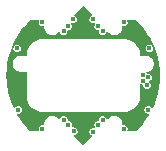
<source format=gbr>
%TF.GenerationSoftware,KiCad,Pcbnew,9.0.1*%
%TF.CreationDate,2025-07-16T17:40:13-04:00*%
%TF.ProjectId,flowstick_junction_pcb,666c6f77-7374-4696-936b-5f6a756e6374,rev?*%
%TF.SameCoordinates,Original*%
%TF.FileFunction,Copper,L2,Inr*%
%TF.FilePolarity,Positive*%
%FSLAX46Y46*%
G04 Gerber Fmt 4.6, Leading zero omitted, Abs format (unit mm)*
G04 Created by KiCad (PCBNEW 9.0.1) date 2025-07-16 17:40:13*
%MOMM*%
%LPD*%
G01*
G04 APERTURE LIST*
%TA.AperFunction,ViaPad*%
%ADD10C,0.420000*%
%TD*%
G04 APERTURE END LIST*
D10*
%TO.N,+5V*%
X152000000Y-94660006D03*
X146500000Y-89950000D03*
X151700000Y-84600000D03*
X152000000Y-84250000D03*
X146600000Y-90600000D03*
X152300000Y-84600000D03*
X146900000Y-90250000D03*
X146900000Y-89750000D03*
X152300000Y-95000000D03*
X152000000Y-95350000D03*
X151700000Y-95000000D03*
X152000000Y-84939994D03*
%TO.N,/LED_CLK*%
X151200000Y-94500000D03*
X157600000Y-87500000D03*
X151149451Y-85049447D03*
X157500000Y-92700000D03*
X152850549Y-94550553D03*
X152850561Y-85049439D03*
%TO.N,/LED_DAT*%
X153260414Y-85613458D03*
X146500000Y-92700000D03*
X150729536Y-85630049D03*
X146400000Y-87500000D03*
X153270464Y-93969951D03*
X150750000Y-93950000D03*
%TO.N,GND*%
X150351355Y-93547568D03*
X148550000Y-85275076D03*
X150345570Y-86046648D03*
X157500000Y-89950000D03*
X153654430Y-93553352D03*
X157100000Y-89750000D03*
X148550000Y-94324924D03*
X155450000Y-85275076D03*
X155450000Y-94324924D03*
X153648645Y-86052432D03*
X157400000Y-90600000D03*
X157100000Y-90250000D03*
%TD*%
%TA.AperFunction,Conductor*%
%TO.N,+5V*%
G36*
X152038193Y-83940793D02*
G01*
X152756404Y-84659003D01*
X152772220Y-84697187D01*
X152756404Y-84735371D01*
X152732202Y-84749346D01*
X152726850Y-84750780D01*
X152653773Y-84792971D01*
X152653771Y-84792973D01*
X152653769Y-84792975D01*
X152594097Y-84852647D01*
X152594095Y-84852649D01*
X152594095Y-84852650D01*
X152594093Y-84852651D01*
X152551902Y-84925728D01*
X152530061Y-85007243D01*
X152530061Y-85091634D01*
X152551902Y-85173149D01*
X152594093Y-85246226D01*
X152594095Y-85246228D01*
X152594097Y-85246231D01*
X152653769Y-85305903D01*
X152653771Y-85305904D01*
X152653773Y-85305906D01*
X152724477Y-85346727D01*
X152726852Y-85348098D01*
X152808366Y-85369939D01*
X152808367Y-85369939D01*
X152892755Y-85369939D01*
X152892756Y-85369939D01*
X152930289Y-85359882D01*
X152971265Y-85365277D01*
X152996425Y-85398066D01*
X152991030Y-85439042D01*
X152961755Y-85489747D01*
X152939914Y-85571262D01*
X152939914Y-85655653D01*
X152961755Y-85737168D01*
X153003946Y-85810245D01*
X153003948Y-85810247D01*
X153003950Y-85810250D01*
X153063622Y-85869922D01*
X153063624Y-85869923D01*
X153063626Y-85869925D01*
X153136703Y-85912116D01*
X153136705Y-85912117D01*
X153218219Y-85933958D01*
X153218220Y-85933958D01*
X153278210Y-85933958D01*
X153316394Y-85949774D01*
X153332210Y-85987958D01*
X153330370Y-86001930D01*
X153328145Y-86010237D01*
X153328145Y-86010238D01*
X153328145Y-86094627D01*
X153349986Y-86176142D01*
X153392177Y-86249219D01*
X153392179Y-86249221D01*
X153392181Y-86249224D01*
X153451853Y-86308896D01*
X153451855Y-86308897D01*
X153451857Y-86308899D01*
X153524934Y-86351090D01*
X153524936Y-86351091D01*
X153606450Y-86372932D01*
X153606451Y-86372932D01*
X153690839Y-86372932D01*
X153690840Y-86372932D01*
X153772354Y-86351091D01*
X153845437Y-86308896D01*
X153905109Y-86249224D01*
X153908449Y-86243440D01*
X153929338Y-86207259D01*
X153947304Y-86176141D01*
X153963363Y-86116204D01*
X153988522Y-86083416D01*
X154029499Y-86078021D01*
X154049413Y-86088140D01*
X154158582Y-86176142D01*
X154197177Y-86207254D01*
X154197180Y-86207259D01*
X154229828Y-86233574D01*
X154230105Y-86233798D01*
X154231569Y-86234978D01*
X154231569Y-86234979D01*
X154258264Y-86256497D01*
X154270352Y-86266241D01*
X154274418Y-86269518D01*
X154274713Y-86269711D01*
X154288635Y-86280934D01*
X154420326Y-86345210D01*
X154420329Y-86345210D01*
X154420330Y-86345211D01*
X154445469Y-86351090D01*
X154563016Y-86378580D01*
X154615351Y-86378862D01*
X154709545Y-86379372D01*
X154709545Y-86379371D01*
X154709554Y-86379372D01*
X154836663Y-86351091D01*
X154852597Y-86347546D01*
X154984972Y-86284698D01*
X154984972Y-86284697D01*
X154984974Y-86284697D01*
X155100054Y-86193974D01*
X155192069Y-86079925D01*
X155256407Y-85948264D01*
X155289844Y-85805590D01*
X155290705Y-85659052D01*
X155290693Y-85658998D01*
X155287609Y-85645104D01*
X155294773Y-85604400D01*
X155328621Y-85580684D01*
X155354300Y-85581239D01*
X155407805Y-85595576D01*
X155407806Y-85595576D01*
X155492194Y-85595576D01*
X155492195Y-85595576D01*
X155573709Y-85573735D01*
X155646792Y-85531540D01*
X155706464Y-85471868D01*
X155748659Y-85398785D01*
X155770500Y-85317271D01*
X155770500Y-85232881D01*
X155748659Y-85151367D01*
X155745892Y-85146575D01*
X155740498Y-85105601D01*
X155765656Y-85072811D01*
X155792658Y-85065576D01*
X156426661Y-85065576D01*
X156464549Y-85081099D01*
X156707592Y-85320434D01*
X156730525Y-85343017D01*
X156733320Y-85345986D01*
X157053353Y-85712680D01*
X157055917Y-85715851D01*
X157174613Y-85874600D01*
X157339125Y-86094627D01*
X157347381Y-86105668D01*
X157349692Y-86109016D01*
X157435187Y-86243435D01*
X157610909Y-86519717D01*
X157612966Y-86523238D01*
X157842444Y-86952474D01*
X157844229Y-86956140D01*
X157980428Y-87264910D01*
X158040657Y-87401455D01*
X158040658Y-87401456D01*
X158042162Y-87405246D01*
X158204433Y-87864134D01*
X158205646Y-87868027D01*
X158332823Y-88337841D01*
X158333739Y-88341815D01*
X158425101Y-88819879D01*
X158425715Y-88823910D01*
X158480744Y-89307528D01*
X158481051Y-89311594D01*
X158499427Y-89797961D01*
X158499427Y-89802039D01*
X158481051Y-90288405D01*
X158480744Y-90292471D01*
X158425715Y-90776089D01*
X158425101Y-90780120D01*
X158333739Y-91258184D01*
X158332823Y-91262158D01*
X158205646Y-91731972D01*
X158204433Y-91735865D01*
X158042162Y-92194753D01*
X158040658Y-92198543D01*
X157884343Y-92552918D01*
X157854462Y-92581471D01*
X157813143Y-92580532D01*
X157788171Y-92558125D01*
X157756467Y-92503212D01*
X157756465Y-92503210D01*
X157756464Y-92503208D01*
X157696792Y-92443536D01*
X157696789Y-92443534D01*
X157696787Y-92443532D01*
X157623710Y-92401341D01*
X157542195Y-92379500D01*
X157457805Y-92379500D01*
X157457804Y-92379500D01*
X157376289Y-92401341D01*
X157303212Y-92443532D01*
X157303210Y-92443534D01*
X157303208Y-92443536D01*
X157243536Y-92503208D01*
X157243534Y-92503210D01*
X157243534Y-92503211D01*
X157243532Y-92503212D01*
X157201341Y-92576289D01*
X157179500Y-92657804D01*
X157179500Y-92742195D01*
X157201341Y-92823710D01*
X157243532Y-92896787D01*
X157243534Y-92896789D01*
X157243536Y-92896792D01*
X157303208Y-92956464D01*
X157303210Y-92956465D01*
X157303212Y-92956467D01*
X157376289Y-92998658D01*
X157376291Y-92998659D01*
X157457805Y-93020500D01*
X157457806Y-93020500D01*
X157542191Y-93020500D01*
X157542195Y-93020500D01*
X157542198Y-93020498D01*
X157543983Y-93020264D01*
X157544864Y-93020500D01*
X157545734Y-93020500D01*
X157545734Y-93020733D01*
X157583905Y-93030959D01*
X157604572Y-93066751D01*
X157596599Y-93102782D01*
X157349698Y-93490975D01*
X157347381Y-93494331D01*
X157055917Y-93884148D01*
X157053353Y-93887319D01*
X156733320Y-94254013D01*
X156730525Y-94256982D01*
X156604400Y-94381183D01*
X156464847Y-94518608D01*
X156464550Y-94518900D01*
X156426661Y-94534424D01*
X155792658Y-94534424D01*
X155754474Y-94518608D01*
X155738658Y-94480424D01*
X155745892Y-94453425D01*
X155748659Y-94448633D01*
X155770500Y-94367119D01*
X155770500Y-94282729D01*
X155748659Y-94201215D01*
X155729005Y-94167173D01*
X155706467Y-94128136D01*
X155706465Y-94128134D01*
X155706464Y-94128132D01*
X155646792Y-94068460D01*
X155646789Y-94068458D01*
X155646787Y-94068456D01*
X155573710Y-94026265D01*
X155492195Y-94004424D01*
X155407805Y-94004424D01*
X155407802Y-94004424D01*
X155354334Y-94018750D01*
X155313358Y-94013355D01*
X155288199Y-93980565D01*
X155287643Y-93954886D01*
X155290737Y-93940950D01*
X155289876Y-93794406D01*
X155261023Y-93671292D01*
X155256438Y-93651727D01*
X155244418Y-93627130D01*
X155192096Y-93520058D01*
X155184914Y-93511156D01*
X155100080Y-93406005D01*
X155100079Y-93406004D01*
X154984989Y-93315274D01*
X154852607Y-93252423D01*
X154852608Y-93252423D01*
X154731584Y-93225496D01*
X154709559Y-93220596D01*
X154709558Y-93220596D01*
X154709550Y-93220595D01*
X154563019Y-93221387D01*
X154563006Y-93221389D01*
X154420321Y-93254757D01*
X154420315Y-93254759D01*
X154288618Y-93319039D01*
X154273736Y-93331035D01*
X154273735Y-93331034D01*
X154270357Y-93333756D01*
X154270353Y-93333758D01*
X154211295Y-93381363D01*
X154199756Y-93390665D01*
X154197700Y-93392322D01*
X154197182Y-93392741D01*
X154197181Y-93392742D01*
X154063008Y-93500900D01*
X154052895Y-93509052D01*
X154013241Y-93520701D01*
X153976963Y-93500900D01*
X153966846Y-93480987D01*
X153953089Y-93429643D01*
X153953089Y-93429642D01*
X153910897Y-93356564D01*
X153910895Y-93356562D01*
X153910894Y-93356560D01*
X153851222Y-93296888D01*
X153851219Y-93296886D01*
X153851217Y-93296884D01*
X153778140Y-93254693D01*
X153696625Y-93232852D01*
X153612235Y-93232852D01*
X153612234Y-93232852D01*
X153530719Y-93254693D01*
X153457642Y-93296884D01*
X153457640Y-93296886D01*
X153457638Y-93296888D01*
X153397966Y-93356560D01*
X153397964Y-93356562D01*
X153397964Y-93356563D01*
X153397962Y-93356564D01*
X153355771Y-93429641D01*
X153333930Y-93511156D01*
X153333930Y-93595451D01*
X153318114Y-93633635D01*
X153279930Y-93649451D01*
X153228268Y-93649451D01*
X153146753Y-93671292D01*
X153073676Y-93713483D01*
X153073674Y-93713485D01*
X153073672Y-93713487D01*
X153014000Y-93773159D01*
X153013998Y-93773161D01*
X153013998Y-93773162D01*
X153013996Y-93773163D01*
X152971805Y-93846240D01*
X152949964Y-93927755D01*
X152949964Y-94012146D01*
X152971805Y-94093660D01*
X153014248Y-94167173D01*
X153019643Y-94208149D01*
X152994483Y-94240938D01*
X152953508Y-94246333D01*
X152892746Y-94230053D01*
X152892744Y-94230053D01*
X152808354Y-94230053D01*
X152808353Y-94230053D01*
X152726838Y-94251894D01*
X152653761Y-94294085D01*
X152653759Y-94294087D01*
X152653757Y-94294089D01*
X152594085Y-94353761D01*
X152594083Y-94353763D01*
X152594083Y-94353764D01*
X152594081Y-94353765D01*
X152551890Y-94426842D01*
X152530049Y-94508357D01*
X152530049Y-94592748D01*
X152551890Y-94674263D01*
X152594081Y-94747340D01*
X152594083Y-94747342D01*
X152594085Y-94747345D01*
X152653757Y-94807017D01*
X152653759Y-94807018D01*
X152653761Y-94807020D01*
X152726840Y-94849212D01*
X152732198Y-94850648D01*
X152764988Y-94875806D01*
X152770384Y-94916782D01*
X152756408Y-94940992D01*
X152038194Y-95659206D01*
X152000010Y-95675022D01*
X151961826Y-95659206D01*
X151214401Y-94911781D01*
X151198585Y-94873597D01*
X151214401Y-94835413D01*
X151239265Y-94823241D01*
X151238776Y-94821416D01*
X151242195Y-94820500D01*
X151323709Y-94798659D01*
X151396792Y-94756464D01*
X151456464Y-94696792D01*
X151498659Y-94623709D01*
X151520500Y-94542195D01*
X151520500Y-94457805D01*
X151498659Y-94376291D01*
X151493380Y-94367148D01*
X151456467Y-94303212D01*
X151456465Y-94303210D01*
X151456464Y-94303208D01*
X151396792Y-94243536D01*
X151396789Y-94243534D01*
X151396787Y-94243532D01*
X151323710Y-94201341D01*
X151242195Y-94179500D01*
X151157805Y-94179500D01*
X151157802Y-94179500D01*
X151082351Y-94199716D01*
X151041375Y-94194321D01*
X151016216Y-94161531D01*
X151021610Y-94120557D01*
X151048659Y-94073709D01*
X151070500Y-93992195D01*
X151070500Y-93907805D01*
X151048659Y-93826291D01*
X151048658Y-93826289D01*
X151006467Y-93753212D01*
X151006465Y-93753210D01*
X151006464Y-93753208D01*
X150946792Y-93693536D01*
X150946789Y-93693534D01*
X150946787Y-93693532D01*
X150873710Y-93651341D01*
X150792195Y-93629500D01*
X150725855Y-93629500D01*
X150687671Y-93613684D01*
X150671855Y-93575500D01*
X150671855Y-93505374D01*
X150671855Y-93505373D01*
X150650014Y-93423859D01*
X150639706Y-93406005D01*
X150607822Y-93350780D01*
X150607820Y-93350778D01*
X150607819Y-93350776D01*
X150548147Y-93291104D01*
X150548144Y-93291102D01*
X150548142Y-93291100D01*
X150475065Y-93248909D01*
X150393550Y-93227068D01*
X150309160Y-93227068D01*
X150309159Y-93227068D01*
X150227644Y-93248909D01*
X150154567Y-93291100D01*
X150154565Y-93291102D01*
X150154563Y-93291104D01*
X150094891Y-93350776D01*
X150094889Y-93350778D01*
X150094889Y-93350779D01*
X150094887Y-93350780D01*
X150052696Y-93423858D01*
X150036640Y-93483781D01*
X150011480Y-93516570D01*
X149970504Y-93521965D01*
X149950590Y-93511846D01*
X149924699Y-93490975D01*
X149729696Y-93333782D01*
X149729695Y-93333781D01*
X149725772Y-93330619D01*
X149725314Y-93330319D01*
X149711424Y-93319119D01*
X149703610Y-93315304D01*
X149579733Y-93254825D01*
X149437035Y-93221438D01*
X149290494Y-93220635D01*
X149290490Y-93220636D01*
X149147435Y-93252457D01*
X149015049Y-93315304D01*
X148899961Y-93406029D01*
X148807938Y-93520087D01*
X148743600Y-93651754D01*
X148710166Y-93794438D01*
X148709312Y-93940982D01*
X148709313Y-93940992D01*
X148712401Y-93954897D01*
X148705237Y-93995602D01*
X148671390Y-94019318D01*
X148645710Y-94018762D01*
X148592197Y-94004424D01*
X148592195Y-94004424D01*
X148507805Y-94004424D01*
X148507804Y-94004424D01*
X148426289Y-94026265D01*
X148353212Y-94068456D01*
X148353210Y-94068458D01*
X148353208Y-94068460D01*
X148293536Y-94128132D01*
X148293534Y-94128134D01*
X148293534Y-94128135D01*
X148293532Y-94128136D01*
X148251341Y-94201213D01*
X148230134Y-94280363D01*
X148229500Y-94282729D01*
X148229500Y-94367119D01*
X148251341Y-94448633D01*
X148254107Y-94453424D01*
X148259502Y-94494399D01*
X148234344Y-94527189D01*
X148207342Y-94534424D01*
X147573360Y-94534424D01*
X147535471Y-94518900D01*
X147535174Y-94518608D01*
X147269493Y-94256982D01*
X147266704Y-94254019D01*
X146946659Y-93887312D01*
X146944095Y-93884141D01*
X146784948Y-93671292D01*
X146652626Y-93494319D01*
X146650327Y-93490989D01*
X146403418Y-93102784D01*
X146396272Y-93062077D01*
X146420003Y-93028239D01*
X146454266Y-93020658D01*
X146454266Y-93020500D01*
X146454983Y-93020500D01*
X146456036Y-93020267D01*
X146457805Y-93020500D01*
X146542194Y-93020500D01*
X146542195Y-93020500D01*
X146623709Y-92998659D01*
X146696792Y-92956464D01*
X146756464Y-92896792D01*
X146798659Y-92823709D01*
X146820500Y-92742195D01*
X146820500Y-92657805D01*
X146798659Y-92576291D01*
X146785692Y-92553831D01*
X146756467Y-92503212D01*
X146756465Y-92503210D01*
X146756464Y-92503208D01*
X146696792Y-92443536D01*
X146696789Y-92443534D01*
X146696787Y-92443532D01*
X146623710Y-92401341D01*
X146542195Y-92379500D01*
X146457805Y-92379500D01*
X146457804Y-92379500D01*
X146376289Y-92401341D01*
X146303212Y-92443532D01*
X146303210Y-92443534D01*
X146303208Y-92443536D01*
X146243536Y-92503208D01*
X146243534Y-92503210D01*
X146211836Y-92558111D01*
X146179046Y-92583270D01*
X146138070Y-92577875D01*
X146115665Y-92552904D01*
X145959349Y-92198527D01*
X145957858Y-92194771D01*
X145795576Y-91735851D01*
X145794372Y-91731988D01*
X145667188Y-91262154D01*
X145666274Y-91258185D01*
X145601740Y-90920500D01*
X145574909Y-90780101D01*
X145574301Y-90776111D01*
X145519267Y-90292458D01*
X145518963Y-90288421D01*
X145500586Y-89802037D01*
X145500586Y-89797961D01*
X145502277Y-89753208D01*
X145518963Y-89311576D01*
X145519267Y-89307543D01*
X145574301Y-88823885D01*
X145574907Y-88819905D01*
X145578205Y-88802646D01*
X146024500Y-88802646D01*
X146024500Y-88898298D01*
X146057120Y-89041211D01*
X146077295Y-89083103D01*
X146120724Y-89173282D01*
X146212115Y-89287880D01*
X146212122Y-89287889D01*
X146212125Y-89287892D01*
X146324373Y-89377404D01*
X146326732Y-89379285D01*
X146458806Y-89442885D01*
X146458807Y-89442885D01*
X146458809Y-89442886D01*
X146521591Y-89457214D01*
X146601721Y-89475502D01*
X146675016Y-89475500D01*
X147145510Y-89475500D01*
X147183694Y-89491316D01*
X147199510Y-89529500D01*
X147199510Y-91577622D01*
X147199500Y-91577646D01*
X147199500Y-91698417D01*
X147230291Y-91892826D01*
X147230294Y-91892835D01*
X147291116Y-92080026D01*
X147380475Y-92255403D01*
X147380479Y-92255409D01*
X147496176Y-92414650D01*
X147635359Y-92553833D01*
X147635362Y-92553835D01*
X147635364Y-92553837D01*
X147794600Y-92669527D01*
X147794605Y-92669530D01*
X147969978Y-92758886D01*
X147969983Y-92758888D01*
X148157184Y-92819711D01*
X148351595Y-92850501D01*
X148450013Y-92850500D01*
X155505844Y-92850500D01*
X155527637Y-92850500D01*
X155527661Y-92850509D01*
X155550014Y-92850509D01*
X155550014Y-92850510D01*
X155648430Y-92850509D01*
X155842840Y-92819716D01*
X156030039Y-92758889D01*
X156205417Y-92669528D01*
X156364658Y-92553831D01*
X156503839Y-92414648D01*
X156619534Y-92255407D01*
X156708894Y-92080027D01*
X156769719Y-91892828D01*
X156794883Y-91733946D01*
X156800510Y-91698419D01*
X156800510Y-90534133D01*
X156816326Y-90495949D01*
X156854510Y-90480133D01*
X156892692Y-90495948D01*
X156903208Y-90506464D01*
X156903210Y-90506465D01*
X156903212Y-90506467D01*
X156976290Y-90548659D01*
X156995173Y-90553718D01*
X157039476Y-90565588D01*
X157072265Y-90590747D01*
X157079500Y-90617748D01*
X157079500Y-90642195D01*
X157101341Y-90723710D01*
X157143532Y-90796787D01*
X157143534Y-90796789D01*
X157143536Y-90796792D01*
X157203208Y-90856464D01*
X157203210Y-90856465D01*
X157203212Y-90856467D01*
X157276289Y-90898658D01*
X157276291Y-90898659D01*
X157357805Y-90920500D01*
X157357806Y-90920500D01*
X157442194Y-90920500D01*
X157442195Y-90920500D01*
X157523709Y-90898659D01*
X157596792Y-90856464D01*
X157656464Y-90796792D01*
X157698659Y-90723709D01*
X157720500Y-90642195D01*
X157720500Y-90557805D01*
X157698659Y-90476291D01*
X157681628Y-90446792D01*
X157656467Y-90403212D01*
X157656465Y-90403210D01*
X157656464Y-90403208D01*
X157596792Y-90343536D01*
X157596789Y-90343534D01*
X157594289Y-90341034D01*
X157595728Y-90339594D01*
X157578317Y-90309393D01*
X157589040Y-90269478D01*
X157617887Y-90250218D01*
X157623709Y-90248659D01*
X157696792Y-90206464D01*
X157756464Y-90146792D01*
X157798659Y-90073709D01*
X157820500Y-89992195D01*
X157820500Y-89907805D01*
X157798659Y-89826291D01*
X157783480Y-89800000D01*
X157756467Y-89753212D01*
X157756465Y-89753210D01*
X157756464Y-89753208D01*
X157696792Y-89693536D01*
X157696789Y-89693534D01*
X157696787Y-89693532D01*
X157623710Y-89651341D01*
X157542195Y-89629500D01*
X157457805Y-89629500D01*
X157457804Y-89629500D01*
X157448208Y-89632071D01*
X157434232Y-89630230D01*
X157420259Y-89632070D01*
X157414468Y-89627627D01*
X157407232Y-89626674D01*
X157387470Y-89606911D01*
X157358138Y-89556108D01*
X157352743Y-89515131D01*
X157377902Y-89482342D01*
X157395443Y-89476570D01*
X157395355Y-89476183D01*
X157470819Y-89458956D01*
X157541223Y-89442886D01*
X157673292Y-89379282D01*
X157787897Y-89287884D01*
X157879291Y-89173277D01*
X157942892Y-89041206D01*
X157975510Y-88898294D01*
X157975510Y-88825000D01*
X157975510Y-88780830D01*
X157975510Y-88725171D01*
X157975510Y-88720071D01*
X157975500Y-88719967D01*
X157975500Y-88701708D01*
X157975499Y-88701700D01*
X157942882Y-88558798D01*
X157942882Y-88558796D01*
X157879282Y-88426728D01*
X157811567Y-88341814D01*
X157787892Y-88312125D01*
X157787889Y-88312122D01*
X157764601Y-88293550D01*
X157673286Y-88220727D01*
X157673278Y-88220723D01*
X157541220Y-88157123D01*
X157398310Y-88124501D01*
X157379197Y-88124501D01*
X157379197Y-88124500D01*
X157374839Y-88124500D01*
X157325018Y-88124500D01*
X157280848Y-88124499D01*
X157280847Y-88124499D01*
X157276502Y-88124499D01*
X157276490Y-88124500D01*
X156854510Y-88124500D01*
X156816326Y-88108684D01*
X156800510Y-88070500D01*
X156800510Y-87945071D01*
X156800500Y-87944967D01*
X156800500Y-87901581D01*
X156784989Y-87803648D01*
X156769709Y-87707175D01*
X156708885Y-87519977D01*
X156687895Y-87478781D01*
X156687894Y-87478778D01*
X156677207Y-87457804D01*
X157279500Y-87457804D01*
X157279500Y-87542195D01*
X157301341Y-87623710D01*
X157343532Y-87696787D01*
X157343534Y-87696789D01*
X157343536Y-87696792D01*
X157403208Y-87756464D01*
X157403210Y-87756465D01*
X157403212Y-87756467D01*
X157476289Y-87798658D01*
X157476291Y-87798659D01*
X157557805Y-87820500D01*
X157557806Y-87820500D01*
X157642194Y-87820500D01*
X157642195Y-87820500D01*
X157723709Y-87798659D01*
X157796792Y-87756464D01*
X157856464Y-87696792D01*
X157898659Y-87623709D01*
X157920500Y-87542195D01*
X157920500Y-87457805D01*
X157898659Y-87376291D01*
X157880361Y-87344598D01*
X157856467Y-87303212D01*
X157856465Y-87303210D01*
X157856464Y-87303208D01*
X157796792Y-87243536D01*
X157796789Y-87243534D01*
X157796787Y-87243532D01*
X157723710Y-87201341D01*
X157642195Y-87179500D01*
X157557805Y-87179500D01*
X157557804Y-87179500D01*
X157476289Y-87201341D01*
X157403212Y-87243532D01*
X157403210Y-87243534D01*
X157403208Y-87243536D01*
X157343536Y-87303208D01*
X157343534Y-87303210D01*
X157343534Y-87303211D01*
X157343532Y-87303212D01*
X157301341Y-87376289D01*
X157279500Y-87457804D01*
X156677207Y-87457804D01*
X156619528Y-87344601D01*
X156619525Y-87344596D01*
X156503835Y-87185362D01*
X156503830Y-87185356D01*
X156364656Y-87046179D01*
X156364650Y-87046174D01*
X156205413Y-86930481D01*
X156030035Y-86841120D01*
X155842841Y-86780295D01*
X155842836Y-86780293D01*
X155648425Y-86749500D01*
X155599840Y-86749500D01*
X155599839Y-86749500D01*
X148400182Y-86749500D01*
X148395181Y-86749500D01*
X148395084Y-86749509D01*
X148351596Y-86749509D01*
X148157183Y-86780298D01*
X147969983Y-86841122D01*
X147969982Y-86841123D01*
X147794610Y-86930478D01*
X147794605Y-86930481D01*
X147635370Y-87046171D01*
X147635364Y-87046176D01*
X147496186Y-87185351D01*
X147496181Y-87185357D01*
X147380487Y-87344595D01*
X147380487Y-87344596D01*
X147291125Y-87519976D01*
X147230303Y-87707166D01*
X147230300Y-87707177D01*
X147199510Y-87901582D01*
X147199510Y-88070500D01*
X147183694Y-88108684D01*
X147145510Y-88124500D01*
X146620299Y-88124500D01*
X146620212Y-88124508D01*
X146601722Y-88124508D01*
X146601719Y-88124508D01*
X146601714Y-88124509D01*
X146458818Y-88157121D01*
X146458811Y-88157123D01*
X146326739Y-88220723D01*
X146212128Y-88312118D01*
X146120733Y-88426723D01*
X146120730Y-88426727D01*
X146057129Y-88558792D01*
X146024510Y-88701700D01*
X146024510Y-88802622D01*
X146024500Y-88802646D01*
X145578205Y-88802646D01*
X145666276Y-88341802D01*
X145667190Y-88337840D01*
X145794374Y-87868003D01*
X145795573Y-87864155D01*
X145939267Y-87457804D01*
X146079500Y-87457804D01*
X146079500Y-87542195D01*
X146101341Y-87623710D01*
X146143532Y-87696787D01*
X146143534Y-87696789D01*
X146143536Y-87696792D01*
X146203208Y-87756464D01*
X146203210Y-87756465D01*
X146203212Y-87756467D01*
X146276289Y-87798658D01*
X146276291Y-87798659D01*
X146357805Y-87820500D01*
X146357806Y-87820500D01*
X146442194Y-87820500D01*
X146442195Y-87820500D01*
X146523709Y-87798659D01*
X146596792Y-87756464D01*
X146656464Y-87696792D01*
X146698659Y-87623709D01*
X146720500Y-87542195D01*
X146720500Y-87457805D01*
X146698659Y-87376291D01*
X146680361Y-87344598D01*
X146656467Y-87303212D01*
X146656465Y-87303210D01*
X146656464Y-87303208D01*
X146596792Y-87243536D01*
X146596789Y-87243534D01*
X146596787Y-87243532D01*
X146523710Y-87201341D01*
X146442195Y-87179500D01*
X146357805Y-87179500D01*
X146357804Y-87179500D01*
X146276289Y-87201341D01*
X146203212Y-87243532D01*
X146203210Y-87243534D01*
X146203208Y-87243536D01*
X146143536Y-87303208D01*
X146143534Y-87303210D01*
X146143534Y-87303211D01*
X146143532Y-87303212D01*
X146101341Y-87376289D01*
X146079500Y-87457804D01*
X145939267Y-87457804D01*
X145957857Y-87405233D01*
X145959345Y-87401481D01*
X146155788Y-86956134D01*
X146157568Y-86952479D01*
X146171115Y-86927138D01*
X146387057Y-86523222D01*
X146389098Y-86519730D01*
X146650335Y-86108997D01*
X146652617Y-86105692D01*
X146944098Y-85715853D01*
X146946659Y-85712687D01*
X147205013Y-85416666D01*
X147266708Y-85345975D01*
X147269483Y-85343027D01*
X147535471Y-85081099D01*
X147573360Y-85065576D01*
X148207342Y-85065576D01*
X148245526Y-85081392D01*
X148261342Y-85119576D01*
X148254107Y-85146574D01*
X148251341Y-85151367D01*
X148251340Y-85151369D01*
X148251340Y-85151370D01*
X148229500Y-85232880D01*
X148229500Y-85317271D01*
X148251341Y-85398786D01*
X148293532Y-85471863D01*
X148293534Y-85471865D01*
X148293536Y-85471868D01*
X148353208Y-85531540D01*
X148353210Y-85531541D01*
X148353212Y-85531543D01*
X148422009Y-85571263D01*
X148426291Y-85573735D01*
X148507805Y-85595576D01*
X148507806Y-85595576D01*
X148592193Y-85595576D01*
X148592195Y-85595576D01*
X148646313Y-85581075D01*
X148687287Y-85586469D01*
X148712447Y-85619258D01*
X148713139Y-85644310D01*
X148708504Y-85666428D01*
X148708503Y-85666437D01*
X148710935Y-85812263D01*
X148745595Y-85953936D01*
X148745596Y-85953939D01*
X148810761Y-86084418D01*
X148810762Y-86084419D01*
X148810763Y-86084420D01*
X148810764Y-86084422D01*
X148862451Y-86147501D01*
X148900529Y-86193974D01*
X148903205Y-86197239D01*
X149018331Y-86286788D01*
X149098852Y-86324482D01*
X149150421Y-86348623D01*
X149150422Y-86348623D01*
X149150426Y-86348625D01*
X149292934Y-86379680D01*
X149438781Y-86378412D01*
X149580727Y-86344883D01*
X149711727Y-86280758D01*
X149768450Y-86234978D01*
X149947108Y-86090959D01*
X149986761Y-86079310D01*
X150023038Y-86099111D01*
X150033157Y-86119025D01*
X150046911Y-86170358D01*
X150089102Y-86243435D01*
X150089104Y-86243437D01*
X150089106Y-86243440D01*
X150148778Y-86303112D01*
X150148780Y-86303113D01*
X150148782Y-86303115D01*
X150221859Y-86345306D01*
X150221861Y-86345307D01*
X150303375Y-86367148D01*
X150303376Y-86367148D01*
X150387764Y-86367148D01*
X150387765Y-86367148D01*
X150469279Y-86345307D01*
X150532339Y-86308899D01*
X150542357Y-86303115D01*
X150542359Y-86303114D01*
X150542359Y-86303113D01*
X150542362Y-86303112D01*
X150602034Y-86243440D01*
X150644229Y-86170357D01*
X150666070Y-86088843D01*
X150666070Y-86004549D01*
X150681886Y-85966365D01*
X150720070Y-85950549D01*
X150771730Y-85950549D01*
X150771731Y-85950549D01*
X150853245Y-85928708D01*
X150926328Y-85886513D01*
X150986000Y-85826841D01*
X150991572Y-85817191D01*
X151028194Y-85753759D01*
X151028195Y-85753758D01*
X151050036Y-85672244D01*
X151050036Y-85587854D01*
X151028195Y-85506340D01*
X150986000Y-85433257D01*
X150985998Y-85433255D01*
X150985751Y-85432827D01*
X150980356Y-85391850D01*
X151005515Y-85359061D01*
X151046492Y-85353666D01*
X151058913Y-85356994D01*
X151107256Y-85369947D01*
X151107257Y-85369947D01*
X151191645Y-85369947D01*
X151191646Y-85369947D01*
X151273160Y-85348106D01*
X151346243Y-85305911D01*
X151405915Y-85246239D01*
X151448110Y-85173156D01*
X151469951Y-85091642D01*
X151469951Y-85007252D01*
X151448110Y-84925738D01*
X151448109Y-84925736D01*
X151405918Y-84852659D01*
X151405916Y-84852657D01*
X151405915Y-84852655D01*
X151346243Y-84792983D01*
X151346240Y-84792981D01*
X151346238Y-84792979D01*
X151273160Y-84750787D01*
X151267811Y-84749354D01*
X151235024Y-84724192D01*
X151229632Y-84683215D01*
X151243604Y-84659015D01*
X151961825Y-83940792D01*
X152000009Y-83924977D01*
X152038193Y-83940793D01*
G37*
%TD.AperFunction*%
%TD*%
M02*

</source>
